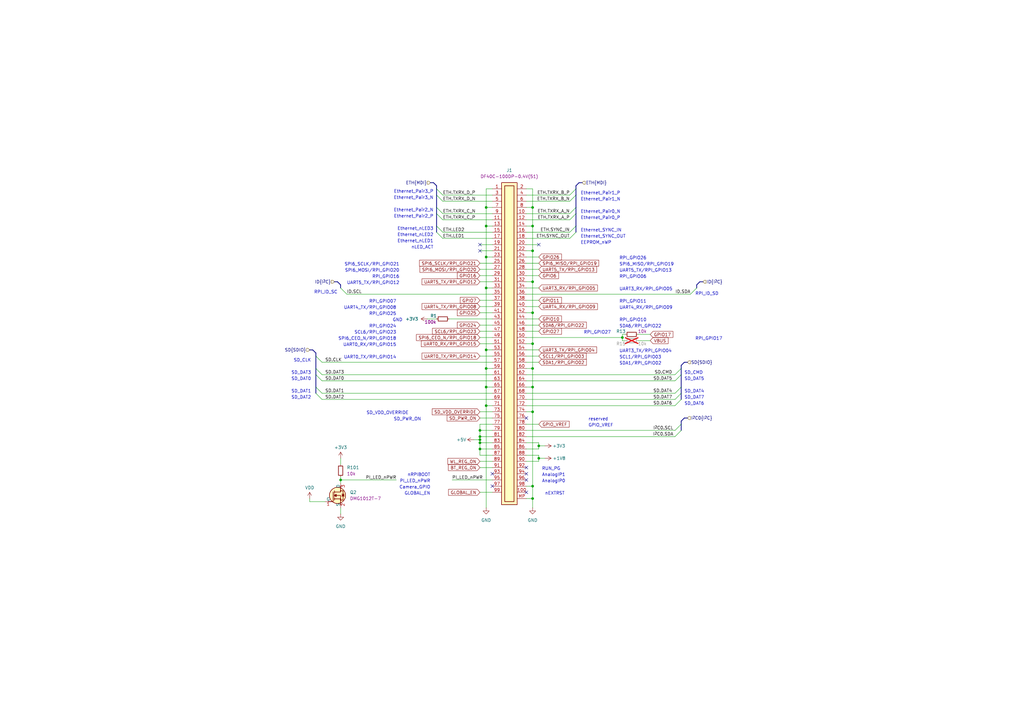
<source format=kicad_sch>
(kicad_sch (version 20231120) (generator "eeschema") (generator_version "8.0")
  (paper "A3")
  (title_block (title "PolarFire SoM") (date "2025-05-12") (rev "1.1.3") (company "Antmicro Ltd") (comment 1 "www.antmicro.com"))
  (lib_symbols
    (symbol "antmicroB2BConnectors:Plug_Hirose_DF40_2x50_DF40C-100DP-0.4V" (pin_names hide)
      (property "Reference" "J" (at 36.83 0 0))
      (property "MPN" "DF40C-100DP-0.4V(51)" (at 36.83 -2.54 0))
      (symbol "Plug_Hirose_DF40_2x50_DF40C-100DP-0.4V_1_1"
        (rectangle (start 3.81 2.54) (end 10.16 -129.54) (stroke (width 0.254)) (fill (type background)))
        (rectangle (start 5.08 1.27) (end 8.89 -128.27) (stroke (width 0.254)) (fill (type background)))
        (pin passive line (at 0 0 0) (length 3.81) (name "~") (number "1"))
        (pin passive line (at 13.97 -10.16 180) (length 3.81) (name "~") (number "10"))
        (pin passive line (at 13.97 -124.46 180) (length 3.81) (name "~") (number "100"))
        (pin passive line (at 0 -12.7 0) (length 3.81) (name "~") (number "11"))
        (pin passive line (at 13.97 -12.7 180) (length 3.81) (name "~") (number "12"))
        (pin passive line (at 0 -15.24 0) (length 3.81) (name "~") (number "13"))
        (pin passive line (at 13.97 -15.24 180) (length 3.81) (name "~") (number "14"))
        (pin passive line (at 0 -17.78 0) (length 3.81) (name "~") (number "15"))
        (pin passive line (at 13.97 -17.78 180) (length 3.81) (name "~") (number "16"))
        (pin passive line (at 0 -20.32 0) (length 3.81) (name "~") (number "17"))
        (pin passive line (at 13.97 -20.32 180) (length 3.81) (name "~") (number "18"))
        (pin passive line (at 0 -22.86 0) (length 3.81) (name "~") (number "19"))
        (pin passive line (at 13.97 0 180) (length 3.81) (name "~") (number "2"))
        (pin passive line (at 13.97 -22.86 180) (length 3.81) (name "~") (number "20"))
        (pin passive line (at 0 -25.4 0) (length 3.81) (name "~") (number "21"))
        (pin passive line (at 13.97 -25.4 180) (length 3.81) (name "~") (number "22"))
        (pin passive line (at 0 -27.94 0) (length 3.81) (name "~") (number "23"))
        (pin passive line (at 13.97 -27.94 180) (length 3.81) (name "~") (number "24"))
        (pin passive line (at 0 -30.48 0) (length 3.81) (name "~") (number "25"))
        (pin passive line (at 13.97 -30.48 180) (length 3.81) (name "~") (number "26"))
        (pin passive line (at 0 -33.02 0) (length 3.81) (name "~") (number "27"))
        (pin passive line (at 13.97 -33.02 180) (length 3.81) (name "~") (number "28"))
        (pin passive line (at 0 -35.56 0) (length 3.81) (name "~") (number "29"))
        (pin passive line (at 0 -2.54 0) (length 3.81) (name "~") (number "3"))
        (pin passive line (at 13.97 -35.56 180) (length 3.81) (name "~") (number "30"))
        (pin passive line (at 0 -38.1 0) (length 3.81) (name "~") (number "31"))
        (pin passive line (at 13.97 -38.1 180) (length 3.81) (name "~") (number "32"))
        (pin passive line (at 0 -40.64 0) (length 3.81) (name "~") (number "33"))
        (pin passive line (at 13.97 -40.64 180) (length 3.81) (name "~") (number "34"))
        (pin passive line (at 0 -43.18 0) (length 3.81) (name "~") (number "35"))
        (pin passive line (at 13.97 -43.18 180) (length 3.81) (name "~") (number "36"))
        (pin passive line (at 0 -45.72 0) (length 3.81) (name "~") (number "37"))
        (pin passive line (at 13.97 -45.72 180) (length 3.81) (name "~") (number "38"))
        (pin passive line (at 0 -48.26 0) (length 3.81) (name "~") (number "39"))
        (pin passive line (at 13.97 -2.54 180) (length 3.81) (name "~") (number "4"))
        (pin passive line (at 13.97 -48.26 180) (length 3.81) (name "~") (number "40"))
        (pin passive line (at 0 -50.8 0) (length 3.81) (name "~") (number "41"))
        (pin passive line (at 13.97 -50.8 180) (length 3.81) (name "~") (number "42"))
        (pin passive line (at 0 -53.34 0) (length 3.81) (name "~") (number "43"))
        (pin passive line (at 13.97 -53.34 180) (length 3.81) (name "~") (number "44"))
        (pin passive line (at 0 -55.88 0) (length 3.81) (name "~") (number "45"))
        (pin passive line (at 13.97 -55.88 180) (length 3.81) (name "~") (number "46"))
        (pin passive line (at 0 -58.42 0) (length 3.81) (name "~") (number "47"))
        (pin passive line (at 13.97 -58.42 180) (length 3.81) (name "~") (number "48"))
        (pin passive line (at 0 -60.96 0) (length 3.81) (name "~") (number "49"))
        (pin passive line (at 0 -5.08 0) (length 3.81) (name "~") (number "5"))
        (pin passive line (at 13.97 -60.96 180) (length 3.81) (name "~") (number "50"))
        (pin passive line (at 0 -63.5 0) (length 3.81) (name "~") (number "51"))
        (pin passive line (at 13.97 -63.5 180) (length 3.81) (name "~") (number "52"))
        (pin passive line (at 0 -66.04 0) (length 3.81) (name "~") (number "53"))
        (pin passive line (at 13.97 -66.04 180) (length 3.81) (name "~") (number "54"))
        (pin passive line (at 0 -68.58 0) (length 3.81) (name "~") (number "55"))
        (pin passive line (at 13.97 -68.58 180) (length 3.81) (name "~") (number "56"))
        (pin passive line (at 0 -71.12 0) (length 3.81) (name "~") (number "57"))
        (pin passive line (at 13.97 -71.12 180) (length 3.81) (name "~") (number "58"))
        (pin passive line (at 0 -73.66 0) (length 3.81) (name "~") (number "59"))
        (pin passive line (at 13.97 -5.08 180) (length 3.81) (name "~") (number "6"))
        (pin passive line (at 13.97 -73.66 180) (length 3.81) (name "~") (number "60"))
        (pin passive line (at 0 -76.2 0) (length 3.81) (name "~") (number "61"))
        (pin passive line (at 13.97 -76.2 180) (length 3.81) (name "~") (number "62"))
        (pin passive line (at 0 -78.74 0) (length 3.81) (name "~") (number "63"))
        (pin passive line (at 13.97 -78.74 180) (length 3.81) (name "~") (number "64"))
        (pin passive line (at 0 -81.28 0) (length 3.81) (name "~") (number "65"))
        (pin passive line (at 13.97 -81.28 180) (length 3.81) (name "~") (number "66"))
        (pin passive line (at 0 -83.82 0) (length 3.81) (name "~") (number "67"))
        (pin passive line (at 13.97 -83.82 180) (length 3.81) (name "~") (number "68"))
        (pin passive line (at 0 -86.36 0) (length 3.81) (name "~") (number "69"))
        (pin passive line (at 0 -7.62 0) (length 3.81) (name "~") (number "7"))
        (pin passive line (at 13.97 -86.36 180) (length 3.81) (name "~") (number "70"))
        (pin passive line (at 0 -88.9 0) (length 3.81) (name "~") (number "71"))
        (pin passive line (at 13.97 -88.9 180) (length 3.81) (name "~") (number "72"))
        (pin passive line (at 0 -91.44 0) (length 3.81) (name "~") (number "73"))
        (pin passive line (at 13.97 -91.44 180) (length 3.81) (name "~") (number "74"))
        (pin passive line (at 0 -93.98 0) (length 3.81) (name "~") (number "75"))
        (pin passive line (at 13.97 -93.98 180) (length 3.81) (name "~") (number "76"))
        (pin passive line (at 0 -96.52 0) (length 3.81) (name "~") (number "77"))
        (pin passive line (at 13.97 -96.52 180) (length 3.81) (name "~") (number "78"))
        (pin passive line (at 0 -99.06 0) (length 3.81) (name "~") (number "79"))
        (pin passive line (at 13.97 -7.62 180) (length 3.81) (name "~") (number "8"))
        (pin passive line (at 13.97 -99.06 180) (length 3.81) (name "~") (number "80"))
        (pin passive line (at 0 -101.6 0) (length 3.81) (name "~") (number "81"))
        (pin passive line (at 13.97 -101.6 180) (length 3.81) (name "~") (number "82"))
        (pin passive line (at 0 -104.14 0) (length 3.81) (name "~") (number "83"))
        (pin passive line (at 13.97 -104.14 180) (length 3.81) (name "~") (number "84"))
        (pin passive line (at 0 -106.68 0) (length 3.81) (name "~") (number "85"))
        (pin passive line (at 13.97 -106.68 180) (length 3.81) (name "~") (number "86"))
        (pin passive line (at 0 -109.22 0) (length 3.81) (name "~") (number "87"))
        (pin passive line (at 13.97 -109.22 180) (length 3.81) (name "~") (number "88"))
        (pin passive line (at 0 -111.76 0) (length 3.81) (name "~") (number "89"))
        (pin passive line (at 0 -10.16 0) (length 3.81) (name "~") (number "9"))
        (pin passive line (at 13.97 -111.76 180) (length 3.81) (name "~") (number "90"))
        (pin passive line (at 0 -114.3 0) (length 3.81) (name "~") (number "91"))
        (pin passive line (at 13.97 -114.3 180) (length 3.81) (name "~") (number "92"))
        (pin passive line (at 0 -116.84 0) (length 3.81) (name "~") (number "93"))
        (pin passive line (at 13.97 -116.84 180) (length 3.81) (name "~") (number "94"))
        (pin passive line (at 0 -119.38 0) (length 3.81) (name "~") (number "95"))
        (pin passive line (at 13.97 -119.38 180) (length 3.81) (name "~") (number "96"))
        (pin passive line (at 0 -121.92 0) (length 3.81) (name "~") (number "97"))
        (pin passive line (at 13.97 -121.92 180) (length 3.81) (name "~") (number "98"))
        (pin passive line (at 0 -124.46 0) (length 3.81) (name "~") (number "99"))
        (pin passive line (at 13.97 -127 180) (length 3.81) (name "MP") (number "MP"))
      )
    )
    (symbol "antmicroResistors0402:R_100k_0402" (pin_numbers hide) (pin_names hide)
      (property "Reference" "R" (at 20.32 -5.08 0))
      (property "Val" "100k" (at 20.32 -7.62 0))
      (symbol "R_100k_0402_0_1"
        (rectangle (start 0.635 0.889) (end 4.445 -0.889) (stroke (width 0.254)))
      )
      (symbol "R_100k_0402_1_1"
        (pin passive line (at 0 0 0) (length 0.635) (name "~") (number "1"))
        (pin passive line (at 5.08 0 180) (length 0.635) (name "~") (number "2"))
      )
    )
    (symbol "antmicroResistors0402:R_10k_0402" (pin_numbers hide) (pin_names hide)
      (property "Reference" "R" (at 20.32 -5.08 0))
      (property "Val" "10k" (at 20.32 -7.62 0))
      (symbol "R_10k_0402_0_1"
        (rectangle (start 0.635 0.889) (end 4.445 -0.889) (stroke (width 0.254)))
      )
      (symbol "R_10k_0402_1_1"
        (pin passive line (at 0 0 0) (length 0.635) (name "~") (number "1"))
        (pin passive line (at 5.08 0 180) (length 0.635) (name "~") (number "2"))
      )
    )
    (symbol "antmicroTransistorsFETsMOSFETsSingle:DMG1012T-7" (pin_names (offset 0)) (in_bom no)
      (property "Reference" "Q" (at 10.16 3.81 0))
      (property "MPN" "DMG1012T-7" (at 10.16 1.27 0))
      (symbol "DMG1012T-7_1_1"
        (polyline (pts (xy 3.81 1.143) (xy 3.81 0.635)) (stroke (width 0.254)) (fill (type background)))
        (polyline (pts (xy 3.81 1.143) (xy 3.81 1.651)) (stroke (width 0.254)) (fill (type background)))
        (polyline (pts (xy 3.81 2.54) (xy 3.81 2.032)) (stroke (width 0.254)) (fill (type background)))
        (polyline (pts (xy 3.81 2.54) (xy 3.81 3.048)) (stroke (width 0.254)) (fill (type background)))
        (polyline (pts (xy 3.81 4.445) (xy 3.81 3.429)) (stroke (width 0.254)) (fill (type background)))
        (polyline (pts (xy 6.35 1.143) (xy 3.81 1.143)) (stroke (width 0.254)) (fill (type background)))
        (polyline (pts (xy 7.874 3.048) (xy 6.858 3.048)) (stroke (width 0.254)) (fill (type background)))
        (polyline (pts (xy 1.27 0) (xy 3.302 0) (xy 3.302 3.937)) (stroke (width 0.254)))
        (polyline (pts (xy 6.35 -1.27) (xy 6.35 2.54) (xy 3.81 2.54)) (stroke (width 0.254)))
        (polyline (pts (xy 6.35 6.35) (xy 6.35 3.937) (xy 3.81 3.937)) (stroke (width 0.254)))
        (polyline (pts (xy 3.81 2.54) (xy 4.572 3.048) (xy 4.572 2.032) (xy 3.81 2.54)) (stroke (width 0.254)) (fill (type outline)))
        (polyline (pts (xy 7.366 3.048) (xy 6.858 2.286) (xy 7.874 2.286) (xy 7.366 3.048)) (stroke (width 0.254)) (fill (type outline)))
        (polyline (pts (xy 6.223 0.635) (xy 7.366 0.635) (xy 7.366 3.937) (xy 7.366 4.445) (xy 6.223 4.445)) (stroke (width 0.254)))
        (circle (center 5.08 2.54) (radius 3.302) (stroke (width 0.254)) (fill (type background)))
        (circle (center 6.35 0.635) (radius 0.127) (stroke (width 0.254)) (fill (type background)))
        (circle (center 6.35 1.143) (radius 0.127) (stroke (width 0.254)) (fill (type background)))
        (circle (center 6.35 4.445) (radius 0.127) (stroke (width 0.254)) (fill (type background)))
        (pin input line (at 0 0 0) (length 2.54) (name "G") (number "1"))
        (pin passive line (at 6.35 -2.54 90) (length 2.54) (name "S") (number "2"))
        (pin passive line (at 6.35 7.62 270) (length 2.54) (name "D") (number "3"))
      )
    )
    (symbol "antmicropower:+1V8" (power) (pin_numbers hide) (pin_names hide)
      (property "Value" "+1V8" (at -3.175 2.54 0))
      (symbol "+1V8_1_1"
        (polyline (pts (xy -0.762 1.27) (xy 0 2.54)) (fill (type background)))
        (polyline (pts (xy 0 0) (xy 0 2.54)) (fill (type background)))
        (polyline (pts (xy 0 2.54) (xy 0.762 1.27)) (fill (type background)))
        (pin power_in line (at 0 0 90) (length 0) hide (name "+1V8") (number "1"))
      )
    )
    (symbol "antmicropower:+3V3" (power) (pin_numbers hide) (pin_names hide)
      (property "Value" "+3V3" (at -3.175 2.54 0))
      (symbol "+3V3_0_1"
        (polyline (pts (xy 0 0) (xy 0 2.54)))
        (polyline (pts (xy 0 2.54) (xy -0.762 1.27)))
        (polyline (pts (xy 0 2.54) (xy 0.762 1.27)))
      )
      (symbol "+3V3_1_1"
        (pin power_in line (at 0 0 90) (length 0) hide (name "+3V3") (number "1"))
      )
    )
    (symbol "antmicropower:+5V" (power) (pin_numbers hide) (pin_names hide)
      (property "Value" "+5V" (at 15.24 -5.08 0))
      (symbol "+5V_1_1"
        (polyline (pts (xy -0.762 1.27) (xy 0 2.54)) (fill (type background)))
        (polyline (pts (xy 0 0) (xy 0 2.54)) (fill (type background)))
        (polyline (pts (xy 0 2.54) (xy 0.762 1.27)) (fill (type background)))
        (pin power_in line (at 0 0 90) (length 0) (name "+5V") (number "1"))
      )
    )
    (symbol "antmicropower:GND" (power) (pin_numbers hide) (pin_names hide)
      (property "Value" "GND" (at 8.89 -5.08 0))
      (symbol "GND_1_1"
        (polyline (pts (xy 0 0) (xy 0 -1.27) (xy 1.27 -1.27) (xy 0 -2.54) (xy -1.27 -1.27) (xy 0 -1.27)))
        (pin power_in line (at 0 0 270) (length 0) (name "GND") (number "1"))
      )
    )
    (symbol "antmicropower:VDDI" (power) (pin_names (offset 0))
      (property "Value" "VDDI" (at 0 3.81 0))
      (symbol "VDDI_0_1"
        (polyline (pts (xy -0.762 1.27) (xy 0 2.54)))
        (polyline (pts (xy 0 0) (xy 0 2.54)))
        (polyline (pts (xy 0 2.54) (xy 0.762 1.27)))
      )
      (symbol "VDDI_1_1"
        (pin power_in line (at 0 0 90) (length 0) hide (name "VDD") (number "1"))
      )
    )
  )
  (bus_alias "I^{2}C" (members "SDA" "SCL"))
  (bus_alias "MDI" (members "TXRX_A_P" "TXRX_A_N" "TXRX_B_P" "TXRX_B_N" "TXRX_C_P" "TXRX_C_N" "TXRX_D_P" "TXRX_D_N" "LED[0..2]" "SYNC_IN" "SYNC_OUT"))
  (bus_alias "SDIO" (members "DAT[0..7]" "CMD" "CLK" "STRB" "RST_n" "CD"))
  (junction (at 218.44 128.27))
  (junction (at 196.85 179.07))
  (junction (at 199.39 105.41))
  (junction (at 218.44 92.71))
  (junction (at 218.44 151.13))
  (junction (at 218.44 168.91))
  (junction (at 199.39 92.71))
  (junction (at 220.98 182.88))
  (junction (at 196.85 181.61))
  (junction (at 199.39 143.51))
  (junction (at 199.39 85.09))
  (junction (at 255.27 138.43))
  (junction (at 196.85 180.34))
  (junction (at 199.39 166.37))
  (junction (at 199.39 118.11))
  (junction (at 196.85 176.53))
  (junction (at 218.44 140.97))
  (junction (at 139.7 196.85))
  (junction (at 199.39 151.13))
  (junction (at 218.44 158.75))
  (junction (at 218.44 102.87))
  (junction (at 218.44 204.47))
  (junction (at 218.44 115.57))
  (junction (at 196.85 184.15))
  (junction (at 218.44 85.09))
  (junction (at 218.44 199.39))
  (junction (at 220.98 187.96))
  (junction (at 199.39 158.75))
  (no_connect (at 215.9 194.31))
  (no_connect (at 201.93 199.39))
  (no_connect (at 196.85 102.87))
  (no_connect (at 215.9 171.45))
  (no_connect (at 196.85 100.33))
  (no_connect (at 215.9 201.93))
  (no_connect (at 220.98 100.33))
  (no_connect (at 201.93 194.31))
  (no_connect (at 215.9 196.85))
  (no_connect (at 215.9 191.77))
  (bus_entry (at 236.22 95.25) (size -2.54 2.54))
  (bus_entry (at 236.22 92.71) (size -2.54 2.54))
  (bus_entry (at 179.07 80.01) (size 2.54 2.54))
  (bus_entry (at 236.22 77.47) (size -2.54 2.54))
  (bus_entry (at 129.54 161.29) (size 2.54 2.54))
  (bus_entry (at 279.4 176.53) (size -2.54 2.54))
  (bus_entry (at 179.07 85.09) (size 2.54 2.54))
  (bus_entry (at 129.54 146.05) (size 2.54 2.54))
  (bus_entry (at 139.7 118.11) (size 2.54 2.54))
  (bus_entry (at 285.75 118.11) (size -2.54 2.54))
  (bus_entry (at 129.54 158.75) (size 2.54 2.54))
  (bus_entry (at 279.4 163.83) (size -2.54 2.54))
  (bus_entry (at 236.22 80.01) (size -2.54 2.54))
  (bus_entry (at 179.07 87.63) (size 2.54 2.54))
  (bus_entry (at 279.4 158.75) (size -2.54 2.54))
  (bus_entry (at 129.54 151.13) (size 2.54 2.54))
  (bus_entry (at 179.07 77.47) (size 2.54 2.54))
  (bus_entry (at 279.4 151.13) (size -2.54 2.54))
  (bus_entry (at 236.22 85.09) (size -2.54 2.54))
  (bus_entry (at 279.4 153.67) (size -2.54 2.54))
  (bus_entry (at 179.07 95.25) (size 2.54 2.54))
  (bus_entry (at 179.07 92.71) (size 2.54 2.54))
  (bus_entry (at 129.54 153.67) (size 2.54 2.54))
  (bus_entry (at 279.4 161.29) (size -2.54 2.54))
  (bus_entry (at 236.22 87.63) (size -2.54 2.54))
  (bus_entry (at 279.4 173.99) (size -2.54 2.54))
  (bus (pts (xy 179.07 92.71) (xy 179.07 95.25)))
  (wire (pts (xy 175.26 130.81) (xy 179.07 130.81)))
  (wire (pts (xy 181.61 82.55) (xy 201.93 82.55)))
  (wire (pts (xy 196.85 173.99) (xy 201.93 173.99)))
  (wire (pts (xy 132.08 148.59) (xy 201.93 148.59)))
  (wire (pts (xy 218.44 204.47) (xy 218.44 208.28)))
  (bus (pts (xy 280.67 148.59) (xy 281.94 148.59)))
  (wire (pts (xy 220.98 187.96) (xy 220.98 189.23)))
  (wire (pts (xy 220.98 182.88) (xy 220.98 184.15)))
  (wire (pts (xy 139.7 195.58) (xy 139.7 196.85)))
  (wire (pts (xy 220.98 181.61) (xy 220.98 182.88)))
  (wire (pts (xy 218.44 140.97) (xy 218.44 151.13)))
  (bus (pts (xy 129.54 153.67) (xy 129.54 158.75)))
  (bus (pts (xy 280.67 148.59) (xy 279.4 149.86)))
  (wire (pts (xy 215.9 87.63) (xy 233.68 87.63)))
  (wire (pts (xy 215.9 166.37) (xy 276.86 166.37)))
  (bus (pts (xy 281.94 171.45) (xy 280.67 171.45)))
  (wire (pts (xy 215.9 100.33) (xy 220.98 100.33)))
  (bus (pts (xy 279.4 153.67) (xy 279.4 158.75)))
  (bus (pts (xy 236.22 80.01) (xy 236.22 85.09)))
  (bus (pts (xy 288.29 115.57) (xy 287.02 115.57)))
  (wire (pts (xy 220.98 182.88) (xy 223.52 182.88)))
  (wire (pts (xy 196.85 201.93) (xy 201.93 201.93)))
  (wire (pts (xy 196.85 135.89) (xy 201.93 135.89)))
  (bus (pts (xy 236.22 76.2) (xy 236.22 77.47)))
  (wire (pts (xy 196.85 138.43) (xy 201.93 138.43)))
  (wire (pts (xy 215.9 115.57) (xy 218.44 115.57)))
  (wire (pts (xy 218.44 158.75) (xy 218.44 168.91)))
  (wire (pts (xy 196.85 184.15) (xy 201.93 184.15)))
  (bus (pts (xy 177.8 74.93) (xy 176.53 74.93)))
  (wire (pts (xy 196.85 186.69) (xy 201.93 186.69)))
  (wire (pts (xy 199.39 118.11) (xy 199.39 143.51)))
  (wire (pts (xy 132.08 161.29) (xy 201.93 161.29)))
  (wire (pts (xy 132.08 153.67) (xy 201.93 153.67)))
  (wire (pts (xy 139.7 208.28) (xy 139.7 210.82)))
  (bus (pts (xy 179.07 80.01) (xy 179.07 85.09)))
  (wire (pts (xy 218.44 168.91) (xy 218.44 199.39)))
  (wire (pts (xy 196.85 179.07) (xy 201.93 179.07)))
  (wire (pts (xy 196.85 128.27) (xy 201.93 128.27)))
  (wire (pts (xy 199.39 151.13) (xy 199.39 158.75)))
  (wire (pts (xy 218.44 92.71) (xy 218.44 102.87)))
  (wire (pts (xy 196.85 181.61) (xy 196.85 184.15)))
  (wire (pts (xy 215.9 97.79) (xy 233.68 97.79)))
  (wire (pts (xy 215.9 186.69) (xy 220.98 186.69)))
  (bus (pts (xy 128.27 143.51) (xy 129.54 144.78)))
  (wire (pts (xy 215.9 168.91) (xy 218.44 168.91)))
  (wire (pts (xy 196.85 176.53) (xy 201.93 176.53)))
  (wire (pts (xy 215.9 102.87) (xy 218.44 102.87)))
  (wire (pts (xy 266.7 137.16) (xy 261.62 137.16)))
  (wire (pts (xy 127 204.47) (xy 127 205.74)))
  (wire (pts (xy 196.85 191.77) (xy 201.93 191.77)))
  (wire (pts (xy 181.61 90.17) (xy 201.93 90.17)))
  (wire (pts (xy 199.39 158.75) (xy 201.93 158.75)))
  (wire (pts (xy 215.9 161.29) (xy 276.86 161.29)))
  (bus (pts (xy 179.07 76.2) (xy 179.07 77.47)))
  (wire (pts (xy 199.39 158.75) (xy 199.39 166.37)))
  (wire (pts (xy 196.85 146.05) (xy 201.93 146.05)))
  (wire (pts (xy 199.39 166.37) (xy 199.39 208.28)))
  (wire (pts (xy 196.85 100.33) (xy 201.93 100.33)))
  (wire (pts (xy 196.85 110.49) (xy 201.93 110.49)))
  (wire (pts (xy 196.85 102.87) (xy 201.93 102.87)))
  (wire (pts (xy 215.9 105.41) (xy 220.98 105.41)))
  (wire (pts (xy 215.9 148.59) (xy 220.98 148.59)))
  (wire (pts (xy 218.44 102.87) (xy 218.44 115.57)))
  (wire (pts (xy 215.9 133.35) (xy 220.98 133.35)))
  (wire (pts (xy 139.7 196.85) (xy 139.7 198.12)))
  (wire (pts (xy 218.44 77.47) (xy 218.44 85.09)))
  (wire (pts (xy 196.85 123.19) (xy 201.93 123.19)))
  (wire (pts (xy 215.9 120.65) (xy 283.21 120.65)))
  (wire (pts (xy 215.9 118.11) (xy 220.98 118.11)))
  (wire (pts (xy 194.31 180.34) (xy 196.85 180.34)))
  (wire (pts (xy 199.39 166.37) (xy 201.93 166.37)))
  (wire (pts (xy 196.85 176.53) (xy 196.85 179.07)))
  (wire (pts (xy 215.9 77.47) (xy 218.44 77.47)))
  (wire (pts (xy 199.39 85.09) (xy 201.93 85.09)))
  (wire (pts (xy 215.9 110.49) (xy 220.98 110.49)))
  (bus (pts (xy 179.07 87.63) (xy 179.07 92.71)))
  (wire (pts (xy 220.98 187.96) (xy 223.52 187.96)))
  (bus (pts (xy 287.02 115.57) (xy 285.75 116.84)))
  (wire (pts (xy 215.9 113.03) (xy 220.98 113.03)))
  (wire (pts (xy 196.85 173.99) (xy 196.85 176.53)))
  (wire (pts (xy 215.9 92.71) (xy 218.44 92.71)))
  (wire (pts (xy 218.44 151.13) (xy 218.44 158.75)))
  (bus (pts (xy 279.4 151.13) (xy 279.4 153.67)))
  (wire (pts (xy 215.9 85.09) (xy 218.44 85.09)))
  (wire (pts (xy 215.9 181.61) (xy 220.98 181.61)))
  (wire (pts (xy 132.08 156.21) (xy 201.93 156.21)))
  (wire (pts (xy 215.9 184.15) (xy 220.98 184.15)))
  (wire (pts (xy 215.9 125.73) (xy 220.98 125.73)))
  (wire (pts (xy 215.9 138.43) (xy 255.27 138.43)))
  (wire (pts (xy 181.61 80.01) (xy 201.93 80.01)))
  (wire (pts (xy 181.61 87.63) (xy 201.93 87.63)))
  (wire (pts (xy 184.15 130.81) (xy 201.93 130.81)))
  (wire (pts (xy 255.27 137.16) (xy 256.54 137.16)))
  (wire (pts (xy 196.85 115.57) (xy 201.93 115.57)))
  (wire (pts (xy 218.44 128.27) (xy 218.44 140.97)))
  (wire (pts (xy 215.9 143.51) (xy 220.98 143.51)))
  (wire (pts (xy 199.39 105.41) (xy 201.93 105.41)))
  (wire (pts (xy 199.39 143.51) (xy 201.93 143.51)))
  (wire (pts (xy 196.85 189.23) (xy 201.93 189.23)))
  (wire (pts (xy 199.39 85.09) (xy 199.39 92.71)))
  (wire (pts (xy 199.39 92.71) (xy 201.93 92.71)))
  (wire (pts (xy 215.9 176.53) (xy 276.86 176.53)))
  (wire (pts (xy 215.9 107.95) (xy 220.98 107.95)))
  (bus (pts (xy 237.49 74.93) (xy 238.76 74.93)))
  (wire (pts (xy 255.27 137.16) (xy 255.27 138.43)))
  (wire (pts (xy 199.39 105.41) (xy 199.39 118.11)))
  (wire (pts (xy 215.9 123.19) (xy 220.98 123.19)))
  (wire (pts (xy 196.85 184.15) (xy 196.85 186.69)))
  (wire (pts (xy 199.39 92.71) (xy 199.39 105.41)))
  (wire (pts (xy 181.61 97.79) (xy 201.93 97.79)))
  (bus (pts (xy 129.54 144.78) (xy 129.54 146.05)))
  (wire (pts (xy 215.9 146.05) (xy 220.98 146.05)))
  (wire (pts (xy 215.9 130.81) (xy 220.98 130.81)))
  (bus (pts (xy 177.8 74.93) (xy 179.07 76.2)))
  (wire (pts (xy 261.62 139.7) (xy 266.7 139.7)))
  (bus (pts (xy 236.22 77.47) (xy 236.22 80.01)))
  (wire (pts (xy 215.9 199.39) (xy 218.44 199.39)))
  (wire (pts (xy 185.42 196.85) (xy 201.93 196.85)))
  (wire (pts (xy 139.7 187.96) (xy 139.7 190.5)))
  (wire (pts (xy 215.9 189.23) (xy 220.98 189.23)))
  (wire (pts (xy 215.9 158.75) (xy 218.44 158.75)))
  (wire (pts (xy 218.44 115.57) (xy 218.44 128.27)))
  (wire (pts (xy 196.85 133.35) (xy 201.93 133.35)))
  (bus (pts (xy 279.4 149.86) (xy 279.4 151.13)))
  (bus (pts (xy 127 143.51) (xy 128.27 143.51)))
  (wire (pts (xy 199.39 77.47) (xy 199.39 85.09)))
  (wire (pts (xy 255.27 138.43) (xy 255.27 139.7)))
  (bus (pts (xy 138.43 115.57) (xy 139.7 116.84)))
  (bus (pts (xy 236.22 92.71) (xy 236.22 95.25)))
  (bus (pts (xy 279.4 172.72) (xy 279.4 173.99)))
  (wire (pts (xy 220.98 187.96) (xy 220.98 186.69)))
  (wire (pts (xy 127 205.74) (xy 133.35 205.74)))
  (wire (pts (xy 196.85 107.95) (xy 201.93 107.95)))
  (wire (pts (xy 201.93 77.47) (xy 199.39 77.47)))
  (bus (pts (xy 179.07 85.09) (xy 179.07 87.63)))
  (wire (pts (xy 255.27 139.7) (xy 256.54 139.7)))
  (wire (pts (xy 196.85 179.07) (xy 196.85 180.34)))
  (wire (pts (xy 215.9 128.27) (xy 218.44 128.27)))
  (bus (pts (xy 139.7 116.84) (xy 139.7 118.11)))
  (wire (pts (xy 196.85 125.73) (xy 201.93 125.73)))
  (wire (pts (xy 181.61 95.25) (xy 201.93 95.25)))
  (wire (pts (xy 196.85 181.61) (xy 201.93 181.61)))
  (wire (pts (xy 139.7 196.85) (xy 162.56 196.85)))
  (bus (pts (xy 279.4 173.99) (xy 279.4 176.53)))
  (wire (pts (xy 215.9 151.13) (xy 218.44 151.13)))
  (wire (pts (xy 196.85 140.97) (xy 201.93 140.97)))
  (wire (pts (xy 215.9 153.67) (xy 276.86 153.67)))
  (wire (pts (xy 215.9 204.47) (xy 218.44 204.47)))
  (wire (pts (xy 199.39 143.51) (xy 199.39 151.13)))
  (bus (pts (xy 280.67 171.45) (xy 279.4 172.72)))
  (wire (pts (xy 215.9 90.17) (xy 233.68 90.17)))
  (wire (pts (xy 215.9 163.83) (xy 276.86 163.83)))
  (bus (pts (xy 179.07 77.47) (xy 179.07 80.01)))
  (bus (pts (xy 279.4 158.75) (xy 279.4 161.29)))
  (bus (pts (xy 279.4 161.29) (xy 279.4 163.83)))
  (wire (pts (xy 196.85 168.91) (xy 201.93 168.91)))
  (wire (pts (xy 215.9 173.99) (xy 220.98 173.99)))
  (wire (pts (xy 218.44 199.39) (xy 218.44 204.47)))
  (wire (pts (xy 215.9 179.07) (xy 276.86 179.07)))
  (wire (pts (xy 215.9 80.01) (xy 233.68 80.01)))
  (wire (pts (xy 199.39 118.11) (xy 201.93 118.11)))
  (bus (pts (xy 129.54 158.75) (xy 129.54 161.29)))
  (bus (pts (xy 137.16 115.57) (xy 138.43 115.57)))
  (bus (pts (xy 236.22 85.09) (xy 236.22 87.63)))
  (wire (pts (xy 215.9 95.25) (xy 233.68 95.25)))
  (wire (pts (xy 199.39 151.13) (xy 201.93 151.13)))
  (wire (pts (xy 215.9 135.89) (xy 220.98 135.89)))
  (wire (pts (xy 196.85 113.03) (xy 201.93 113.03)))
  (wire (pts (xy 196.85 180.34) (xy 196.85 181.61)))
  (bus (pts (xy 129.54 146.05) (xy 129.54 151.13)))
  (wire (pts (xy 196.85 171.45) (xy 201.93 171.45)))
  (bus (pts (xy 236.22 87.63) (xy 236.22 92.71)))
  (wire (pts (xy 132.08 163.83) (xy 201.93 163.83)))
  (bus (pts (xy 285.75 116.84) (xy 285.75 118.11)))
  (wire (pts (xy 215.9 140.97) (xy 218.44 140.97)))
  (bus (pts (xy 237.49 74.93) (xy 236.22 76.2)))
  (wire (pts (xy 215.9 156.21) (xy 276.86 156.21)))
  (wire (pts (xy 218.44 85.09) (xy 218.44 92.71)))
  (wire (pts (xy 142.24 120.65) (xy 201.93 120.65)))
  (wire (pts (xy 215.9 82.55) (xy 233.68 82.55)))
  (bus (pts (xy 129.54 151.13) (xy 129.54 153.67)))
  (text "RPI_GPIO25" (at 162.56 129.54 0) (effects (font (size 1.27 1.27)) (justify right bottom)))
  (text "UART5_TX/RPI_GPIO13" (at 254 111.76 0) (effects (font (size 1.27 1.27)) (justify left bottom)))
  (text "GPIO_VREF" (at 241.3 175.26 0) (effects (font (size 1.27 1.27)) (justify left bottom)))
  (text "Ethernet_SYNC_OUT" (at 238.125 97.79 0) (effects (font (size 1.27 1.27)) (justify left bottom)))
  (text "Ethernet_SYNC_IN" (at 238.125 95.25 0) (effects (font (size 1.27 1.27)) (justify left bottom)))
  (text "Ethernet_Pair0_N" (at 238.125 87.63 0) (effects (font (size 1.27 1.27)) (justify left bottom)))
  (text "SPI6_MOSI/RPI_GPIO20" (at 163.83 111.76 0) (effects (font (size 1.27 1.27)) (justify right bottom)))
  (text "RPI_ID_SD" (at 285.115 121.285 0) (effects (font (size 1.27 1.27)) (justify left bottom)))
  (text "SD_DAT5" (at 280.67 156.21 0) (effects (font (size 1.27 1.27)) (justify left bottom)))
  (text "RPI_GPIO06" (at 254 114.3 0) (effects (font (size 1.27 1.27)) (justify left bottom)))
  (text "Ethernet_Pair3_P" (at 177.8 79.375 0) (effects (font (size 1.27 1.27)) (justify right bottom)))
  (text "AnalogIP1" (at 222.25 195.58 0) (effects (font (size 1.27 1.27)) (justify left bottom)))
  (text "RPI_ID_SC" (at 138.43 120.65 0) (effects (font (size 1.27 1.27)) (justify right bottom)))
  (text "UART0_RX/RPI_GPIO15" (at 162.56 142.24 0) (effects (font (size 1.27 1.27)) (justify right bottom)))
  (text "RPI_GPIO24" (at 162.56 134.62 0) (effects (font (size 1.27 1.27)) (justify right bottom)))
  (text "GND\n" (at 165.1 132.08 0) (effects (font (size 1.27 1.27)) (justify right bottom)))
  (text "GLOBAL_EN" (at 176.53 203.2 0) (effects (font (size 1.27 1.27)) (justify right bottom)))
  (text "RPI_GPIO07" (at 162.56 124.46 0) (effects (font (size 1.27 1.27)) (justify right bottom)))
  (text "SD_DAT4\n" (at 280.67 161.29 0) (effects (font (size 1.27 1.27)) (justify left bottom)))
  (text "Ethernet_Pair0_P" (at 238.125 90.17 0) (effects (font (size 1.27 1.27)) (justify left bottom)))
  (text "SD_DAT0" (at 127.635 156.21 0) (effects (font (size 1.27 1.27)) (justify right bottom)))
  (text "UART5_TX/RPI_GPIO12" (at 163.83 116.84 0) (effects (font (size 1.27 1.27)) (justify right bottom)))
  (text "SD_DAT1" (at 127.635 161.29 0) (effects (font (size 1.27 1.27)) (justify right bottom)))
  (text "Ethernet_Pair2_P" (at 177.8 89.535 0) (effects (font (size 1.27 1.27)) (justify right bottom)))
  (text "nEXTRST" (at 223.52 203.2 0) (effects (font (size 1.27 1.27)) (justify left bottom)))
  (text "SDA1/RPI_GPIO02" (at 254 149.86 0) (effects (font (size 1.27 1.27)) (justify left bottom)))
  (text "RPI_GPIO17" (at 285.115 139.7 0) (effects (font (size 1.27 1.27)) (justify left bottom)))
  (text "RPI_GPIO11" (at 254 124.46 0) (effects (font (size 1.27 1.27)) (justify left bottom)))
  (text "Ethernet_nLED2" (at 177.8 97.155 0) (effects (font (size 1.27 1.27)) (justify right bottom)))
  (text "PI_LED_nPWR" (at 176.53 198.12 0) (effects (font (size 1.27 1.27)) (justify right bottom)))
  (text "SD_VDD_OVERRIDE" (at 167.64 170.18 0) (effects (font (size 1.27 1.27)) (justify right bottom)))
  (text "SD_DAT6" (at 280.67 166.37 0) (effects (font (size 1.27 1.27)) (justify left bottom)))
  (text "SPI6_MISO/RPI_GPIO19" (at 254 109.22 0) (effects (font (size 1.27 1.27)) (justify left bottom)))
  (text "UART4_TX/RPI_GPIO08" (at 162.56 127 0) (effects (font (size 1.27 1.27)) (justify right bottom)))
  (text "Ethernet_nLED1" (at 177.8 99.695 0) (effects (font (size 1.27 1.27)) (justify right bottom)))
  (text "SD_DAT7" (at 280.67 163.83 0) (effects (font (size 1.27 1.27)) (justify left bottom)))
  (text "SPI6_SCLK/RPI_GPIO21" (at 163.83 109.22 0) (effects (font (size 1.27 1.27)) (justify right bottom)))
  (text "RPI_GPIO10" (at 254 132.08 0) (effects (font (size 1.27 1.27)) (justify left bottom)))
  (text "Ethernet_Pair1_N" (at 238.125 82.55 0) (effects (font (size 1.27 1.27)) (justify left bottom)))
  (text "SD_CLK" (at 127.635 148.59 0) (effects (font (size 1.27 1.27)) (justify right bottom)))
  (text "RUN_PG" (at 222.25 193.04 0) (effects (font (size 1.27 1.27)) (justify left bottom)))
  (text "UART0_TX/RPI_GPIO14" (at 162.56 147.32 0) (effects (font (size 1.27 1.27)) (justify right bottom)))
  (text "SD_CMD\n" (at 280.67 153.67 0) (effects (font (size 1.27 1.27)) (justify left bottom)))
  (text "SDA6/RPI_GPIO22" (at 254 134.62 0) (effects (font (size 1.27 1.27)) (justify left bottom)))
  (text "SD_PWR_ON" (at 172.72 172.72 0) (effects (font (size 1.27 1.27)) (justify right bottom)))
  (text "Ethernet_Pair1_P" (at 238.125 80.01 0) (effects (font (size 1.27 1.27)) (justify left bottom)))
  (text "Ethernet_Pair3_N" (at 177.8 81.915 0) (effects (font (size 1.27 1.27)) (justify right bottom)))
  (text "AnalogIP0" (at 222.25 198.12 0) (effects (font (size 1.27 1.27)) (justify left bottom)))
  (text "Ethernet_Pair2_N" (at 177.8 86.995 0) (effects (font (size 1.27 1.27)) (justify right bottom)))
  (text "Camera_GPIO" (at 176.53 200.66 0) (effects (font (size 1.27 1.27)) (justify right bottom)))
  (text "RPI_GPIO26" (at 254 106.68 0) (effects (font (size 1.27 1.27)) (justify left bottom)))
  (text "RPI_GPIO16" (at 163.83 114.3 0) (effects (font (size 1.27 1.27)) (justify right bottom)))
  (text "SCL1/RPI_GPIO03" (at 254 147.32 0) (effects (font (size 1.27 1.27)) (justify left bottom)))
  (text "SD_DAT3" (at 127.635 153.67 0) (effects (font (size 1.27 1.27)) (justify right bottom)))
  (text "reserved" (at 241.3 172.72 0) (effects (font (size 1.27 1.27)) (justify left bottom)))
  (text "UART3_RX/RPI_GPIO05" (at 254 119.38 0) (effects (font (size 1.27 1.27)) (justify left bottom)))
  (text "Ethernet_nLED3" (at 177.8 94.615 0) (effects (font (size 1.27 1.27)) (justify right bottom)))
  (text "UART3_TX/RPI_GPIO04" (at 254 144.78 0) (effects (font (size 1.27 1.27)) (justify left bottom)))
  (text "RPI_GPIO27" (at 239.395 137.16 0) (effects (font (size 1.27 1.27)) (justify left bottom)))
  (text "nRPIBOOT" (at 176.53 195.58 0) (effects (font (size 1.27 1.27)) (justify right bottom)))
  (text "SPI6_CEO_N/RPI_GPIO18" (at 162.56 139.7 0) (effects (font (size 1.27 1.27)) (justify right bottom)))
  (text "SCL6/RPI_GPIO23" (at 162.56 137.16 0) (effects (font (size 1.27 1.27)) (justify right bottom)))
  (text "UART4_RX/RPI_GPIO09" (at 254 127 0) (effects (font (size 1.27 1.27)) (justify left bottom)))
  (text "EEPROM_nWP" (at 238.125 100.33 0) (effects (font (size 1.27 1.27)) (justify left bottom)))
  (text "nLED_ACT" (at 177.8 102.235 0) (effects (font (size 1.27 1.27)) (justify right bottom)))
  (text "SD_DAT2" (at 127.635 163.83 0) (effects (font (size 1.27 1.27)) (justify right bottom)))
  (label "SD.DAT7" (at 275.717 163.83 180))
  (label "SD.DAT6" (at 275.717 166.37 180))
  (label "ETH.SYNC_IN" (at 233.68 95.25 180))
  (label "I^{2}C0.SCL" (at 276.225 176.53 180))
  (label "ETH.TXRX_B_N" (at 233.68 82.55 180))
  (label "ETH.TXRX_C_P" (at 181.61 90.17 0))
  (label "SD.DAT5" (at 275.717 156.21 180))
  (label "ETH.TXRX_C_N" (at 181.61 87.63 0))
  (label "ETH.SYNC_OUT" (at 233.68 97.79 180))
  (label "ETH.LED2" (at 181.61 95.25 0))
  (label "SD.CLK" (at 133.35 148.59 0))
  (label "SD.DAT0" (at 133.35 156.21 0))
  (label "ETH.TXRX_D_N" (at 181.61 82.55 0))
  (label "ID.SCL" (at 142.24 120.65 0))
  (label "PI_LED_nPWR" (at 162.56 196.85 180))
  (label "PI_LED_nPWR" (at 185.42 196.85 0))
  (label "SD.DAT2" (at 133.35 163.83 0))
  (label "ETH.TXRX_D_P" (at 181.61 80.01 0))
  (label "SD.DAT1" (at 133.35 161.29 0))
  (label "SD.DAT3" (at 133.35 153.67 0))
  (label "ID.SDA" (at 283.21 120.65 180))
  (label "ETH.TXRX_A_N" (at 233.68 87.63 180))
  (label "SD.CMD" (at 275.717 153.67 180))
  (label "ETH.LED1" (at 181.61 97.79 0))
  (label "SD.DAT4" (at 275.717 161.29 180))
  (label "ETH.TXRX_B_P" (at 233.68 80.01 180))
  (label "ETH.TXRX_A_P" (at 233.68 90.17 180))
  (label "I^{2}C0.SDA" (at 276.225 179.07 180))
  (global_label "SPI6_SCLK{slash}RPI_GPIO21" (shape input) (at 196.85 107.95 180) (property "Intersheetrefs" "${INTERSHEET_REFS}" (at 172.0607 107.8706 0) (effects (justify right))))
  (global_label "BT_REG_ON" (shape input) (at 196.85 191.77 180) (property "Intersheetrefs" "${INTERSHEET_REFS}" (at 183.914 191.8494 0) (effects (justify right))))
  (global_label "UART3_TX{slash}RPI_GPIO04" (shape input) (at 220.98 143.51 0) (property "Intersheetrefs" "${INTERSHEET_REFS}" (at 245.3133 143.51 0) (effects (justify left))))
  (global_label "SPI6_CEO_N{slash}RPI_GPIO18" (shape input) (at 196.85 138.43 180) (property "Intersheetrefs" "${INTERSHEET_REFS}" (at 170.7907 138.3506 0) (effects (justify right))))
  (global_label "SCL1{slash}RPI_GPIO03" (shape input) (at 220.98 146.05 0) (property "Intersheetrefs" "${INTERSHEET_REFS}" (at 240.4474 145.9706 0) (effects (justify left))))
  (global_label "GPIO7" (shape input) (at 196.85 123.19 180) (property "Intersheetrefs" "${INTERSHEET_REFS}" (at 188.7521 123.1106 0) (effects (justify right))))
  (global_label "GPIO26" (shape input) (at 220.98 105.41 0) (property "Intersheetrefs" "${INTERSHEET_REFS}" (at 230.2874 105.3306 0) (effects (justify left))))
  (global_label "UART3_RX{slash}RPI_GPIO05" (shape input) (at 220.98 118.11 0) (property "Intersheetrefs" "${INTERSHEET_REFS}" (at 245.0436 118.0306 0) (effects (justify left))))
  (global_label "UART4_RX{slash}RPI_GPIO09" (shape input) (at 220.98 125.73 0) (property "Intersheetrefs" "${INTERSHEET_REFS}" (at 245.0436 125.6506 0) (effects (justify left))))
  (global_label "UART5_TX{slash}RPI_GPIO13" (shape input) (at 220.98 110.49 0) (property "Intersheetrefs" "${INTERSHEET_REFS}" (at 245.3133 110.49 0) (effects (justify left))))
  (global_label "SD_VDD_OVERRIDE" (shape input) (at 196.85 168.91 180) (property "Intersheetrefs" "${INTERSHEET_REFS}" (at 176.6896 168.91 0) (effects (justify right))))
  (global_label "SDA6{slash}RPI_GPIO22" (shape input) (at 220.98 133.35 0) (property "Intersheetrefs" "${INTERSHEET_REFS}" (at 240.5079 133.2706 0) (effects (justify left))))
  (global_label "GPIO10" (shape input) (at 220.98 130.81 0) (property "Intersheetrefs" "${INTERSHEET_REFS}" (at 230.2874 130.7306 0) (effects (justify left))))
  (global_label "GPIO17" (shape input) (at 266.7 137.16 0) (property "Intersheetrefs" "${INTERSHEET_REFS}" (at 276.0074 137.0806 0) (effects (justify left))))
  (global_label "SDA1{slash}RPI_GPIO02" (shape input) (at 220.98 148.59 0) (property "Intersheetrefs" "${INTERSHEET_REFS}" (at 240.5079 148.5106 0) (effects (justify left))))
  (global_label "UART4_TX{slash}RPI_GPIO08" (shape input) (at 196.85 125.73 180) (property "Intersheetrefs" "${INTERSHEET_REFS}" (at 173.0888 125.6506 0) (effects (justify right))))
  (global_label "SPI6_MISO{slash}RPI_GPIO19" (shape input) (at 220.98 107.95 0) (property "Intersheetrefs" "${INTERSHEET_REFS}" (at 245.5879 107.8706 0) (effects (justify left))))
  (global_label "VBUS" (shape input) (at 266.7 139.7 0) (property "Intersheetrefs" "${INTERSHEET_REFS}" (at 274.5838 139.7 0) (effects (justify left))))
  (global_label "GPIO_VREF" (shape input) (at 220.98 173.99 0) (property "Intersheetrefs" "${INTERSHEET_REFS}" (at 233.4321 173.9106 0) (effects (justify left))))
  (global_label "SPI6_MOSI{slash}RPI_GPIO20" (shape input) (at 196.85 110.49 180) (property "Intersheetrefs" "${INTERSHEET_REFS}" (at 172.2421 110.4106 0) (effects (justify right))))
  (global_label "GPIO6" (shape input) (at 220.98 113.03 0) (property "Intersheetrefs" "${INTERSHEET_REFS}" (at 229.0779 112.9506 0) (effects (justify left))))
  (global_label "GPIO24" (shape input) (at 196.85 133.35 180) (property "Intersheetrefs" "${INTERSHEET_REFS}" (at 187.325 133.35 0) (effects (justify right))))
  (global_label "SD_PWR_ON" (shape input) (at 196.85 171.45 180) (property "Intersheetrefs" "${INTERSHEET_REFS}" (at 183.3698 171.3706 0) (effects (justify right))))
  (global_label "WL_REG_ON" (shape input) (at 196.85 189.23 180) (property "Intersheetrefs" "${INTERSHEET_REFS}" (at 183.6721 189.3094 0) (effects (justify right))))
  (global_label "UART0_TX{slash}RPI_GPIO14" (shape input) (at 196.85 146.05 180) (property "Intersheetrefs" "${INTERSHEET_REFS}" (at 173.0888 145.9706 0) (effects (justify right))))
  (global_label "GPIO27" (shape input) (at 220.98 135.89 0) (property "Intersheetrefs" "${INTERSHEET_REFS}" (at 230.2874 135.8106 0) (effects (justify left))))
  (global_label "UART0_RX{slash}RPI_GPIO15" (shape input) (at 196.85 140.97 180) (property "Intersheetrefs" "${INTERSHEET_REFS}" (at 172.7864 140.8906 0) (effects (justify right))))
  (global_label "UART5_TX{slash}RPI_GPIO12" (shape input) (at 196.85 115.57 180) (property "Intersheetrefs" "${INTERSHEET_REFS}" (at 173.0888 115.4906 0) (effects (justify right))))
  (global_label "GPIO11" (shape input) (at 220.98 123.19 0) (property "Intersheetrefs" "${INTERSHEET_REFS}" (at 230.2874 123.1106 0) (effects (justify left))))
  (global_label "GPIO25" (shape input) (at 196.85 128.27 180) (property "Intersheetrefs" "${INTERSHEET_REFS}" (at 187.5426 128.1906 0) (effects (justify right))))
  (global_label "GLOBAL_EN" (shape input) (at 196.85 201.93 180) (property "Intersheetrefs" "${INTERSHEET_REFS}" (at 183.4024 201.93 0) (effects (justify right))))
  (global_label "SCL6{slash}RPI_GPIO23" (shape input) (at 196.85 135.89 180) (property "Intersheetrefs" "${INTERSHEET_REFS}" (at 177.3826 135.8106 0) (effects (justify right))))
  (global_label "GPIO16" (shape input) (at 196.85 113.03 180) (property "Intersheetrefs" "${INTERSHEET_REFS}" (at 187.5426 112.9506 0) (effects (justify right))))
  (hierarchical_label "ID{I^{2}C}" (shape input) (at 137.16 115.57 180))
  (hierarchical_label "SD{SDIO}" (shape input) (at 281.94 148.59 0))
  (hierarchical_label "SD{SDIO}" (shape input) (at 127 143.51 180))
  (hierarchical_label "ID{I^{2}C}" (shape input) (at 288.29 115.57 0))
  (hierarchical_label "I^{2}C0{I^{2}C}" (shape input) (at 281.94 171.45 0))
  (hierarchical_label "ETH{MDI}" (shape input) (at 176.53 74.93 180))
  (hierarchical_label "ETH{MDI}" (shape input) (at 238.76 74.93 0))
  (symbol (lib_id "antmicroResistors0402:R_100k_0402") (at 179.07 130.81 0) (unit 1)
    (property "Reference" "R1" (at 177.8 129.54 0))
    (property "Value" "R_100k_0402" (effects (hide yes)))
    (property "Footprint" "antmicro-footprints:R_0402_1005Metric" (effects (hide yes)))
    (property "Datasheet" "https://www.bourns.com/docs/product-datasheets/cr.pdf" (effects (hide yes)))
    (property "Description" "SMD Chip Resistor, 100 kohm, ± 1%, 62.5 mW, 0402 [1005 Metric], Thick Film, General Purpose" (effects (hide yes)))
    (property "MPN" "CR0402-FX-1003GLF" (effects (hide yes)))
    (property "Manufacturer" "Bourns" (effects (hide yes)))
    (property "License" "Apache-2.0" (effects (hide yes)))
    (property "Author" "Antmicro" (effects (hide yes)))
    (property "Val" "100k" (at 176.53 132.08 0))
    (property "Tolerance" "1%" (effects (hide yes)))
  )
  (symbol (lib_id "antmicroResistors0402:R_10k_0402") (at 261.62 137.16 180) (unit 1)
    (property "Reference" "R13" (at 252.73 135.89 0) (effects (justify right)))
    (property "Value" "R_10k_0402" (effects (hide yes)))
    (property "Footprint" "antmicro-footprints:R_0402_1005Metric" (effects (hide yes)))
    (property "Datasheet" "https://www.bourns.com/docs/product-datasheets/cr.pdf" (effects (hide yes)))
    (property "Description" "SMD Chip Resistor, 10 kohm, ± 1%, 62.5 mW, 0402 [1005 Metric], Thick Film, General Purpose" (effects (hide yes)))
    (property "MPN" "CR0402-FX-1002GLF" (effects (hide yes)))
    (property "Manufacturer" "Bourns" (effects (hide yes)))
    (property "License" "Apache-2.0" (effects (hide yes)))
    (property "Author" "Antmicro" (effects (hide yes)))
    (property "Val" "10k" (at 261.62 135.89 0) (effects (justify right)))
    (property "Tolerance" "1%" (effects (hide yes)))
  )
  (symbol (lib_id "antmicropower:+1V8") (at 223.52 187.96 270) (unit 1)
    (property "Reference" "#PWR0308" (effects (hide yes)))
    (property "Value" "+1V8" (at 226.695 187.96 90) (effects (justify left)))
    (property "Author" "Antmicro" (effects (hide yes)))
    (property "License" "Apache-2.0" (effects (hide yes)))
  )
  (symbol (lib_id "antmicropower:+3V3") (at 139.7 187.96 0) (unit 1)
    (property "Reference" "#PWR01" (effects (hide yes)))
    (property "Value" "+3V3" (at 139.7 183.515 0))
    (property "Author" "Antmicro" (effects (hide yes)))
    (property "License" "Apache-2.0" (effects (hide yes)))
  )
  (symbol (lib_id "antmicropower:+5V") (at 194.31 180.34 90) (unit 1)
    (property "Reference" "#PWR05" (effects (hide yes)))
    (property "Value" "+5V" (at 189.23 180.34 90))
    (property "Author" "Antmicro" (effects (hide yes)))
    (property "License" "Apache-2.0" (effects (hide yes)))
  )
  (symbol (lib_id "antmicroB2BConnectors:Plug_Hirose_DF40_2x50_DF40C-100DP-0.4V") (at 201.93 77.47 0) (unit 1)
    (property "Reference" "J1" (at 208.915 69.85 0))
    (property "Value" "Plug_Hirose_DF40_2x50_DF40C-100DP-0.4V" (effects (hide yes)))
    (property "Footprint" "antmicro-footprints:Conn_Plug_Hirose_DF40_2x50_DF40C-100DP-0.4V" (effects (hide yes)))
    (property "Datasheet" "https://www.hirose.com/en/product/document?clcode=CL0684-4032-1-51&productname=DF40C-100DP-0.4V(51)&series=DF40&documenttype=2DDrawing&lang=en&documentid=0001001212" (effects (hide yes)))
    (property "Description" "Mezzanine Connector, Header, 0.4 mm, 2 Rows, 100 Contacts, Surface Mount, Phosphor Bronze" (effects (hide yes)))
    (property "MPN" "DF40C-100DP-0.4V(51)" (at 208.915 72.39 0))
    (property "Manufacturer" "Hirose Electric" (effects (hide yes)))
    (property "Pitch" "0.4 mm" (effects (hide yes)))
    (property "Author" "Antmicro" (effects (hide yes)))
    (property "License" "Apache-2.0" (effects (hide yes)))
  )
  (symbol (lib_id "antmicropower:GND") (at 139.7 210.82 0) (unit 1)
    (property "Reference" "#PWR03" (effects (hide yes)))
    (property "Value" "GND" (at 139.7 215.9 0))
    (property "Author" "Antmicro" (effects (hide yes)))
    (property "License" "Apache-2.0" (effects (hide yes)))
  )
  (symbol (lib_id "antmicroResistors0402:R_10k_0402") (at 139.7 195.58 90) (unit 1)
    (property "Reference" "R101" (at 142.24 191.77 90) (effects (justify right)))
    (property "Value" "R_10k_0402" (effects (hide yes)))
    (property "Footprint" "antmicro-footprints:R_0402_1005Metric" (effects (hide yes)))
    (property "Datasheet" "https://www.bourns.com/docs/product-datasheets/cr.pdf" (effects (hide yes)))
    (property "Description" "SMD Chip Resistor, 10 kohm, ± 1%, 62.5 mW, 0402 [1005 Metric], Thick Film, General Purpose" (effects (hide yes)))
    (property "MPN" "CR0402-FX-1002GLF" (effects (hide yes)))
    (property "Manufacturer" "Bourns" (effects (hide yes)))
    (property "License" "Apache-2.0" (effects (hide yes)))
    (property "Author" "Antmicro" (effects (hide yes)))
    (property "Val" "10k" (at 142.24 194.31 90) (effects (justify right)))
    (property "Tolerance" "1%" (effects (hide yes)))
  )
  (symbol (lib_id "antmicropower:GND") (at 218.44 208.28 0) (unit 1)
    (property "Reference" "#PWR07" (effects (hide yes)))
    (property "Value" "GND" (at 218.44 213.36 0))
    (property "Author" "Antmicro" (effects (hide yes)))
    (property "License" "Apache-2.0" (effects (hide yes)))
  )
  (symbol (lib_id "antmicroResistors0402:R_10k_0402") (at 261.62 139.7 180) (unit 1) (dnp yes)
    (property "Reference" "R15" (at 252.73 140.97 0) (effects (justify right)))
    (property "Value" "R_10k_0402" (effects (hide yes)))
    (property "Footprint" "antmicro-footprints:R_0402_1005Metric" (effects (hide yes)))
    (property "Datasheet" "https://www.bourns.com/docs/product-datasheets/cr.pdf" (effects (hide yes)))
    (property "Description" "SMD Chip Resistor, 10 kohm, ± 1%, 62.5 mW, 0402 [1005 Metric], Thick Film, General Purpose" (effects (hide yes)))
    (property "MPN" "CR0402-FX-1002GLF" (effects (hide yes)))
    (property "Manufacturer" "Bourns" (effects (hide yes)))
    (property "License" "Apache-2.0" (effects (hide yes)))
    (property "Author" "Antmicro" (effects (hide yes)))
    (property "Val" "10k" (at 261.62 140.97 0) (effects (justify right)))
    (property "Tolerance" "1%" (effects (hide yes)))
    (property "DNP" "DNP" (effects (hide yes)))
  )
  (symbol (lib_id "antmicropower:GND") (at 199.39 208.28 0) (unit 1)
    (property "Reference" "#PWR06" (effects (hide yes)))
    (property "Value" "GND" (at 199.39 213.36 0))
    (property "Author" "Antmicro" (effects (hide yes)))
    (property "License" "Apache-2.0" (effects (hide yes)))
  )
  (symbol (lib_id "antmicroTransistorsFETsMOSFETsSingle:DMG1012T-7") (at 133.35 205.74 0) (unit 1)
    (property "Reference" "Q2" (at 143.51 201.93 0) (effects (justify left)))
    (property "Value" "DMG1012T-7" (effects (hide yes)))
    (property "Footprint" "antmicro-footprints:SOT-523" (effects (hide yes)))
    (property "Datasheet" "https://www.diodes.com/assets/Datasheets/ds31783.pdf" (effects (hide yes)))
    (property "Description" "Power MOSFET, N Channel, 20 V, 630 mA, 0.3 ohm, SOT-523, Surface Mount" (effects (hide yes)))
    (property "MPN" "DMG1012T-7" (at 143.51 204.47 0) (effects (justify left)))
    (property "Manufacturer" "Diodes Incorporated" (effects (hide yes)))
    (property "Author" "Antmicro" (effects (hide yes)))
    (property "License" "Apache-2.0" (effects (hide yes)))
  )
  (symbol (lib_id "antmicropower:VDDI") (at 127 204.47 0) (unit 1)
    (property "Reference" "#PWR0323" (effects (hide yes)))
    (property "Value" "VDD" (at 127 200.025 0))
  )
  (symbol (lib_id "antmicropower:+3V3") (at 175.26 130.81 90) (unit 1)
    (property "Reference" "#PWR04" (effects (hide yes)))
    (property "Value" "+3V3" (at 168.91 130.81 90))
    (property "Author" "Antmicro" (effects (hide yes)))
    (property "License" "Apache-2.0" (effects (hide yes)))
  )
  (symbol (lib_id "antmicropower:+3V3") (at 223.52 182.88 270) (unit 1)
    (property "Reference" "#PWR0307" (effects (hide yes)))
    (property "Value" "+3V3" (at 229.235 182.88 90))
    (property "Author" "Antmicro" (effects (hide yes)))
    (property "License" "Apache-2.0" (effects (hide yes)))
  )
)
</source>
